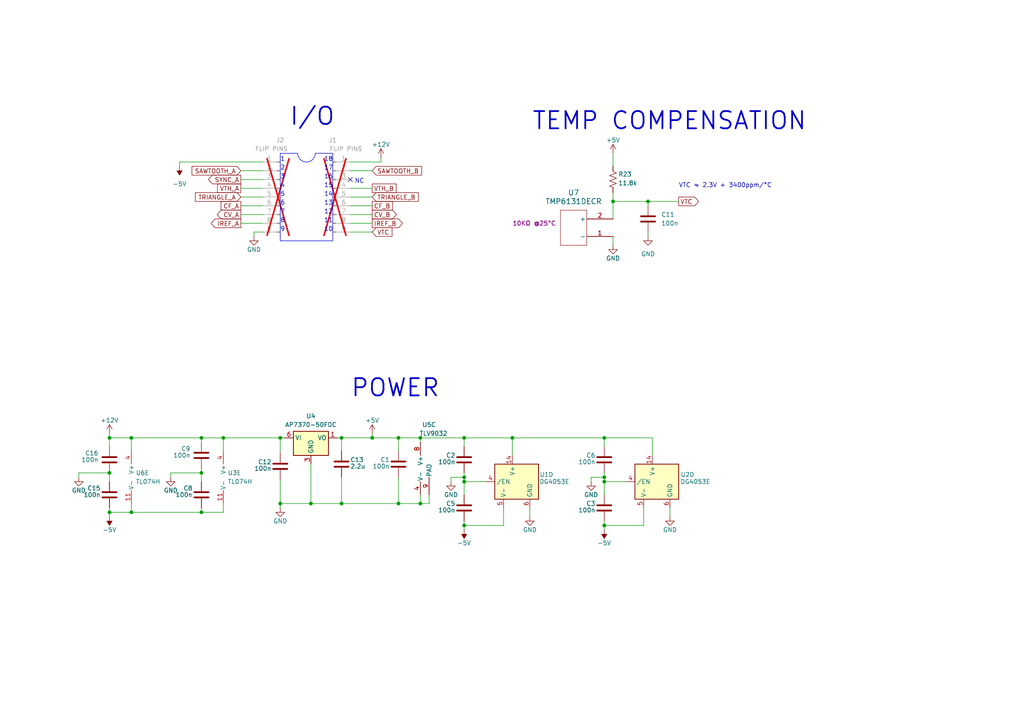
<source format=kicad_sch>
(kicad_sch (version 20231120) (generator "eeschema") (generator_version "8.0")
  (paper "A4")
  (title_block (title "3374 VCO") (date "2024-12-12") (rev "1") (company "Alan Boguslawski"))
  (lib_symbols
    (symbol "2024-01-09_05-42-20:TMP6131DECR" (pin_names (offset 0.254))
      (property "Reference" "U3" (at 16.51 0 0))
      (property "Value" "TMP6131DECR" (at 16.51 -2.54 0))
      (symbol "TMP6131DECR_0_1"
        (polyline (pts (xy 7.62 -7.62) (xy 15.24 -7.62)) (stroke (width 0.127)))
        (polyline (pts (xy 7.62 2.54) (xy 7.62 -7.62)) (stroke (width 0.127)))
        (polyline (pts (xy 15.24 -7.62) (xy 15.24 2.54)) (stroke (width 0.127)))
        (polyline (pts (xy 15.24 2.54) (xy 7.62 2.54)) (stroke (width 0.127)))
      )
      (symbol "TMP6131DECR_1_1"
        (pin passive line (at 0 0 0) (length 7.62) (name "-") (number "1"))
        (pin passive line (at 0 -5.08 0) (length 7.62) (name "+") (number "2"))
      )
    )
    (symbol "Amplifier_Operational:TL074" (pin_names (offset 0.127))
      (property "Reference" "U" (at 0 5.08 0))
      (property "Value" "TL074" (at 0 -5.08 0))
      (symbol "TL074_1_1"
        (polyline (pts (xy -5.08 5.08) (xy 5.08 0) (xy -5.08 -5.08) (xy -5.08 5.08)) (stroke (width 0.254)) (fill (type background)))
        (pin output line (at 7.62 0 180) (length 2.54) (name "~") (number "1"))
        (pin input line (at -7.62 -2.54 0) (length 2.54) (name "-") (number "2"))
        (pin input line (at -7.62 2.54 0) (length 2.54) (name "+") (number "3"))
      )
      (symbol "TL074_2_1"
        (polyline (pts (xy -5.08 5.08) (xy 5.08 0) (xy -5.08 -5.08) (xy -5.08 5.08)) (stroke (width 0.254)) (fill (type background)))
        (pin input line (at -7.62 2.54 0) (length 2.54) (name "+") (number "5"))
        (pin input line (at -7.62 -2.54 0) (length 2.54) (name "-") (number "6"))
        (pin output line (at 7.62 0 180) (length 2.54) (name "~") (number "7"))
      )
      (symbol "TL074_3_1"
        (polyline (pts (xy -5.08 5.08) (xy 5.08 0) (xy -5.08 -5.08) (xy -5.08 5.08)) (stroke (width 0.254)) (fill (type background)))
        (pin input line (at -7.62 2.54 0) (length 2.54) (name "+") (number "10"))
        (pin output line (at 7.62 0 180) (length 2.54) (name "~") (number "8"))
        (pin input line (at -7.62 -2.54 0) (length 2.54) (name "-") (number "9"))
      )
      (symbol "TL074_4_1"
        (polyline (pts (xy -5.08 5.08) (xy 5.08 0) (xy -5.08 -5.08) (xy -5.08 5.08)) (stroke (width 0.254)) (fill (type background)))
        (pin input line (at -7.62 2.54 0) (length 2.54) (name "+") (number "12"))
        (pin input line (at -7.62 -2.54 0) (length 2.54) (name "-") (number "13"))
        (pin output line (at 7.62 0 180) (length 2.54) (name "~") (number "14"))
      )
      (symbol "TL074_5_1"
        (pin power_in line (at -2.54 -7.62 90) (length 3.81) (name "V-") (number "11"))
        (pin power_in line (at -2.54 7.62 270) (length 3.81) (name "V+") (number "4"))
      )
    )
    (symbol "Amplifier_Operational:TLV9062xDSG" (pin_names (offset 0.127))
      (property "Reference" "U" (at 2.54 6.35 0))
      (property "Value" "TLV9062xDSG" (at 2.54 3.81 0))
      (symbol "TLV9062xDSG_1_1"
        (polyline (pts (xy -5.08 5.08) (xy 5.08 0) (xy -5.08 -5.08) (xy -5.08 5.08)) (stroke (width 0.254)) (fill (type background)))
        (pin output line (at 7.62 0 180) (length 2.54) (name "~") (number "1"))
        (pin input line (at -7.62 -2.54 0) (length 2.54) (name "-") (number "2"))
        (pin input line (at -7.62 2.54 0) (length 2.54) (name "+") (number "3"))
      )
      (symbol "TLV9062xDSG_2_1"
        (polyline (pts (xy -5.08 5.08) (xy 5.08 0) (xy -5.08 -5.08) (xy -5.08 5.08)) (stroke (width 0.254)) (fill (type background)))
        (pin input line (at -7.62 2.54 0) (length 2.54) (name "+") (number "5"))
        (pin input line (at -7.62 -2.54 0) (length 2.54) (name "-") (number "6"))
        (pin output line (at 7.62 0 180) (length 2.54) (name "~") (number "7"))
      )
      (symbol "TLV9062xDSG_3_1"
        (pin power_in line (at -2.54 -7.62 90) (length 3.81) (name "V-") (number "4"))
        (pin power_in line (at -2.54 7.62 270) (length 3.81) (name "V+") (number "8"))
        (pin power_in line (at 0 -7.62 90) (length 5.08) (name "PAD") (number "9"))
      )
    )
    (symbol "Conn_01x09_Pin_1" (pin_names (offset 1.016) hide)
      (property "Reference" "J2" (at 0 16.51 0))
      (property "Value" "FLIP PINS" (at 3.81 13.97 0))
      (symbol "Conn_01x09_Pin_1_1_1"
        (polyline (pts (xy 1.27 -10.16) (xy 0.8636 -10.16)) (stroke (width 0.1524)))
        (polyline (pts (xy 1.27 -7.62) (xy 0.8636 -7.62)) (stroke (width 0.1524)))
        (polyline (pts (xy 1.27 -5.08) (xy 0.8636 -5.08)) (stroke (width 0.1524)))
        (polyline (pts (xy 1.27 -2.54) (xy 0.8636 -2.54)) (stroke (width 0.1524)))
        (polyline (pts (xy 1.27 0) (xy 0.8636 0)) (stroke (width 0.1524)))
        (polyline (pts (xy 1.27 2.54) (xy 0.8636 2.54)) (stroke (width 0.1524)))
        (polyline (pts (xy 1.27 5.08) (xy 0.8636 5.08)) (stroke (width 0.1524)))
        (polyline (pts (xy 1.27 7.62) (xy 0.8636 7.62)) (stroke (width 0.1524)))
        (polyline (pts (xy 1.27 10.16) (xy 0.8636 10.16)) (stroke (width 0.1524)))
        (rectangle (start 0 10.287) (end 0.8636 10.033) (stroke (width 0.1524)) (fill (type outline)))
        (rectangle (start 0.8636 -10.033) (end 0 -10.287) (stroke (width 0.1524)) (fill (type outline)))
        (rectangle (start 0.8636 -7.493) (end 0 -7.747) (stroke (width 0.1524)) (fill (type outline)))
        (rectangle (start 0.8636 -4.953) (end 0 -5.207) (stroke (width 0.1524)) (fill (type outline)))
        (rectangle (start 0.8636 -2.413) (end 0 -2.667) (stroke (width 0.1524)) (fill (type outline)))
        (rectangle (start 0.8636 0.127) (end 0 -0.127) (stroke (width 0.1524)) (fill (type outline)))
        (rectangle (start 0.8636 2.667) (end 0 2.413) (stroke (width 0.1524)) (fill (type outline)))
        (rectangle (start 0.8636 5.207) (end 0 4.953) (stroke (width 0.1524)) (fill (type outline)))
        (rectangle (start 0.8636 7.747) (end 0 7.493) (stroke (width 0.1524)) (fill (type outline)))
        (pin power_out line (at 5.08 10.16 180) (length 3.81) (name "Pin_1") (number "1"))
        (pin passive line (at 5.08 7.62 180) (length 3.81) (name "Pin_2") (number "2"))
        (pin passive line (at 5.08 5.08 180) (length 3.81) (name "Pin_3") (number "3"))
        (pin passive line (at 5.08 2.54 180) (length 3.81) (name "Pin_4") (number "4"))
        (pin passive line (at 5.08 0 180) (length 3.81) (name "Pin_5") (number "5"))
        (pin passive line (at 5.08 -2.54 180) (length 3.81) (name "Pin_6") (number "6"))
        (pin passive line (at 5.08 -5.08 180) (length 3.81) (name "Pin_7") (number "7"))
        (pin passive line (at 5.08 -7.62 180) (length 3.81) (name "Pin_8") (number "8"))
        (pin passive line (at 5.08 -10.16 180) (length 3.81) (name "Pin_9") (number "9"))
      )
    )
    (symbol "Connector:Conn_01x09_Pin" (pin_names (offset 1.016) hide)
      (property "Reference" "J1" (at 0 16.51 0))
      (property "Value" "FLIP PINS" (at 2.54 13.97 0))
      (symbol "Conn_01x09_Pin_1_1"
        (polyline (pts (xy 1.27 -10.16) (xy 0.8636 -10.16)) (stroke (width 0.1524)))
        (polyline (pts (xy 1.27 -7.62) (xy 0.8636 -7.62)) (stroke (width 0.1524)))
        (polyline (pts (xy 1.27 -5.08) (xy 0.8636 -5.08)) (stroke (width 0.1524)))
        (polyline (pts (xy 1.27 -2.54) (xy 0.8636 -2.54)) (stroke (width 0.1524)))
        (polyline (pts (xy 1.27 0) (xy 0.8636 0)) (stroke (width 0.1524)))
        (polyline (pts (xy 1.27 2.54) (xy 0.8636 2.54)) (stroke (width 0.1524)))
        (polyline (pts (xy 1.27 5.08) (xy 0.8636 5.08)) (stroke (width 0.1524)))
        (polyline (pts (xy 1.27 7.62) (xy 0.8636 7.62)) (stroke (width 0.1524)))
        (polyline (pts (xy 1.27 10.16) (xy 0.8636 10.16)) (stroke (width 0.1524)))
        (rectangle (start 0.8636 -10.033) (end 0 -10.287) (stroke (width 0.1524)) (fill (type outline)))
        (rectangle (start 0.8636 -7.493) (end 0 -7.747) (stroke (width 0.1524)) (fill (type outline)))
        (rectangle (start 0.8636 -4.953) (end 0 -5.207) (stroke (width 0.1524)) (fill (type outline)))
        (rectangle (start 0.8636 -2.413) (end 0 -2.667) (stroke (width 0.1524)) (fill (type outline)))
        (rectangle (start 0.8636 0.127) (end 0 -0.127) (stroke (width 0.1524)) (fill (type outline)))
        (rectangle (start 0.8636 2.667) (end 0 2.413) (stroke (width 0.1524)) (fill (type outline)))
        (rectangle (start 0.8636 5.207) (end 0 4.953) (stroke (width 0.1524)) (fill (type outline)))
        (rectangle (start 0.8636 7.747) (end 0 7.493) (stroke (width 0.1524)) (fill (type outline)))
        (rectangle (start 0.8636 10.287) (end 0 10.033) (stroke (width 0.1524)) (fill (type outline)))
        (pin power_out line (at 5.08 10.16 180) (length 3.81) (name "Pin_1") (number "1"))
        (pin passive line (at 5.08 7.62 180) (length 3.81) (name "Pin_2") (number "2"))
        (pin passive line (at 5.08 5.08 180) (length 3.81) (name "Pin_3") (number "3"))
        (pin passive line (at 5.08 2.54 180) (length 3.81) (name "Pin_4") (number "4"))
        (pin passive line (at 5.08 0 180) (length 3.81) (name "Pin_5") (number "5"))
        (pin passive line (at 5.08 -2.54 180) (length 3.81) (name "Pin_6") (number "6"))
        (pin passive line (at 5.08 -5.08 180) (length 3.81) (name "Pin_7") (number "7"))
        (pin passive line (at 5.08 -7.62 180) (length 3.81) (name "Pin_8") (number "8"))
        (pin power_out line (at 5.08 -10.16 180) (length 3.81) (name "Pin_9") (number "9"))
      )
    )
    (symbol "DG4053E:DG4053E"
      (property "Reference" "U1" (at 12.7 3.81 0))
      (property "Value" "DG4053E" (at 13.97 1.27 0))
      (symbol "DG4053E_1_0"
        (pin bidirectional line (at 6.35 2.54 180) (length 2.54) (name "") (number "10"))
        (pin bidirectional line (at 6.35 -2.54 180) (length 2.54) (name "") (number "11"))
        (pin bidirectional line (at -6.35 0 0) (length 2.54) (name "") (number "12"))
        (pin input line (at 0 -7.62 90) (length 2.54) (name "") (number "9"))
      )
      (symbol "DG4053E_1_1"
        (rectangle (start -3.81 4.445) (end 3.81 -4.445) (stroke (width 0.254)) (fill (type background)))
        (circle (center -2.159 0) (radius 0.508) (stroke (width 0.254)))
        (polyline (pts (xy -5.08 0) (xy -2.794 0)))
        (polyline (pts (xy -1.651 0.127) (xy 2.54 1.905)) (stroke (width 0.254)))
        (polyline (pts (xy 0 -5.08) (xy 0 -4.572)))
        (polyline (pts (xy 0 -4.318) (xy 0 -4.064)))
        (polyline (pts (xy 0 -3.81) (xy 0 -3.556)))
        (polyline (pts (xy 0 -3.302) (xy 0 -3.048)))
        (polyline (pts (xy 0 -2.794) (xy 0 -2.54)))
        (polyline (pts (xy 0 -2.286) (xy 0 -2.032)))
        (polyline (pts (xy 0 -1.778) (xy 0 -1.524)))
        (polyline (pts (xy 0 -1.27) (xy 0 -1.016)))
        (polyline (pts (xy 0 -0.762) (xy 0 -0.508)))
        (polyline (pts (xy 0 -0.254) (xy 0 0)))
        (polyline (pts (xy 0 0.254) (xy 0 0.508)))
        (polyline (pts (xy 0 0.254) (xy 0 0.508)))
        (polyline (pts (xy 5.08 -2.54) (xy 2.794 -2.54)))
        (polyline (pts (xy 5.08 2.54) (xy 2.794 2.54)))
        (circle (center 2.159 -2.54) (radius 0.508) (stroke (width 0.254)))
        (circle (center 2.159 2.54) (radius 0.508) (stroke (width 0.254)))
      )
      (symbol "DG4053E_2_0"
        (pin bidirectional line (at -6.35 0 0) (length 2.54) (name "") (number "13"))
        (pin bidirectional line (at 6.35 -2.54 180) (length 2.54) (name "") (number "15"))
        (pin bidirectional line (at 6.35 2.54 180) (length 2.54) (name "") (number "16"))
        (pin input line (at 0 -7.62 90) (length 2.54) (name "") (number "8"))
      )
      (symbol "DG4053E_2_1"
        (rectangle (start -3.81 4.445) (end 3.81 -4.445) (stroke (width 0.254)) (fill (type background)))
        (circle (center -2.159 0) (radius 0.508) (stroke (width 0.254)))
        (polyline (pts (xy -5.08 0) (xy -2.794 0)))
        (polyline (pts (xy -1.651 0.127) (xy 2.54 1.905)) (stroke (width 0.254)))
        (polyline (pts (xy 0 -5.08) (xy 0 -4.572)))
        (polyline (pts (xy 0 -4.318) (xy 0 -4.064)))
        (polyline (pts (xy 0 -3.81) (xy 0 -3.556)))
        (polyline (pts (xy 0 -3.302) (xy 0 -3.048)))
        (polyline (pts (xy 0 -2.794) (xy 0 -2.54)))
        (polyline (pts (xy 0 -2.286) (xy 0 -2.032)))
        (polyline (pts (xy 0 -1.778) (xy 0 -1.524)))
        (polyline (pts (xy 0 -1.27) (xy 0 -1.016)))
        (polyline (pts (xy 0 -0.762) (xy 0 -0.508)))
        (polyline (pts (xy 0 -0.254) (xy 0 0)))
        (polyline (pts (xy 0 0.254) (xy 0 0.508)))
        (polyline (pts (xy 0 0.254) (xy 0 0.508)))
        (polyline (pts (xy 5.08 -2.54) (xy 2.794 -2.54)))
        (polyline (pts (xy 5.08 2.54) (xy 2.794 2.54)))
        (circle (center 2.159 -2.54) (radius 0.508) (stroke (width 0.254)))
        (circle (center 2.159 2.54) (radius 0.508) (stroke (width 0.254)))
      )
      (symbol "DG4053E_3_0"
        (pin bidirectional line (at 6.35 -2.54 180) (length 2.54) (name "") (number "1"))
        (pin bidirectional line (at -6.35 0 0) (length 2.54) (name "") (number "2"))
        (pin bidirectional line (at 6.35 2.54 180) (length 2.54) (name "") (number "3"))
        (pin input line (at 0 -7.62 90) (length 2.54) (name "") (number "7"))
      )
      (symbol "DG4053E_3_1"
        (rectangle (start -3.81 4.445) (end 3.81 -4.445) (stroke (width 0.254)) (fill (type background)))
        (circle (center -2.159 0) (radius 0.508) (stroke (width 0.254)))
        (polyline (pts (xy -5.08 0) (xy -2.794 0)))
        (polyline (pts (xy -1.651 0.127) (xy 2.54 1.905)) (stroke (width 0.254)))
        (polyline (pts (xy 0 -5.08) (xy 0 -4.572)))
        (polyline (pts (xy 0 -4.318) (xy 0 -4.064)))
        (polyline (pts (xy 0 -3.81) (xy 0 -3.556)))
        (polyline (pts (xy 0 -3.302) (xy 0 -3.048)))
        (polyline (pts (xy 0 -2.794) (xy 0 -2.54)))
        (polyline (pts (xy 0 -2.286) (xy 0 -2.032)))
        (polyline (pts (xy 0 -1.778) (xy 0 -1.524)))
        (polyline (pts (xy 0 -1.27) (xy 0 -1.016)))
        (polyline (pts (xy 0 -0.762) (xy 0 -0.508)))
        (polyline (pts (xy 0 -0.254) (xy 0 0)))
        (polyline (pts (xy 0 0.254) (xy 0 0.508)))
        (polyline (pts (xy 0 0.254) (xy 0 0.508)))
        (polyline (pts (xy 5.08 -2.54) (xy 2.794 -2.54)))
        (polyline (pts (xy 5.08 2.54) (xy 2.794 2.54)))
        (circle (center 2.159 -2.54) (radius 0.508) (stroke (width 0.254)))
        (circle (center 2.159 2.54) (radius 0.508) (stroke (width 0.254)))
      )
      (symbol "DG4053E_4_0"
        (pin power_in line (at 0 7.62 270) (length 2.54) (name "V+") (number "14"))
        (pin input line (at -7.62 0 0) (length 2.54) (name "/EN") (number "4"))
        (pin power_in line (at -2.54 -7.62 90) (length 2.54) (name "V-") (number "5"))
        (pin power_in line (at 5.08 -7.62 90) (length 2.54) (name "GND") (number "6"))
      )
      (symbol "DG4053E_4_1"
        (rectangle (start -5.08 5.08) (end 7.62 -5.08) (stroke (width 0.254)) (fill (type background)))
      )
    )
    (symbol "Device:C" (pin_numbers hide) (pin_names (offset 0.254))
      (property "Reference" "C" (at 0.635 2.54 0))
      (property "Value" "C" (at 0.635 -2.54 0))
      (symbol "C_0_1"
        (polyline (pts (xy -2.032 -0.762) (xy 2.032 -0.762)) (stroke (width 0.508)))
        (polyline (pts (xy -2.032 0.762) (xy 2.032 0.762)) (stroke (width 0.508)))
      )
      (symbol "C_1_1"
        (pin passive line (at 0 3.81 270) (length 2.794) (name "~") (number "1"))
        (pin passive line (at 0 -3.81 90) (length 2.794) (name "~") (number "2"))
      )
    )
    (symbol "Device:R_US" (pin_numbers hide) (pin_names (offset 0))
      (property "Reference" "R" (at 2.54 0 90))
      (property "Value" "R_US" (at -2.54 0 90))
      (symbol "R_US_0_1"
        (polyline (pts (xy 0 -2.286) (xy 0 -2.54)))
        (polyline (pts (xy 0 2.286) (xy 0 2.54)))
        (polyline (pts (xy 0 -0.762) (xy 1.016 -1.143) (xy 0 -1.524) (xy -1.016 -1.905) (xy 0 -2.286)))
        (polyline (pts (xy 0 0.762) (xy 1.016 0.381) (xy 0 0) (xy -1.016 -0.381) (xy 0 -0.762)))
        (polyline (pts (xy 0 2.286) (xy 1.016 1.905) (xy 0 1.524) (xy -1.016 1.143) (xy 0 0.762)))
      )
      (symbol "R_US_1_1"
        (pin passive line (at 0 3.81 270) (length 1.27) (name "~") (number "1"))
        (pin passive line (at 0 -3.81 90) (length 1.27) (name "~") (number "2"))
      )
    )
    (symbol "Regulator_Linear:AP7370-50FDC"
      (property "Reference" "U" (at -3.81 3.175 0))
      (property "Value" "AP7370-50FDC" (at 0 3.175 0))
      (symbol "AP7370-50FDC_0_1"
        (rectangle (start -5.08 -5.08) (end 5.08 1.905) (stroke (width 0.254)) (fill (type background)))
      )
      (symbol "AP7370-50FDC_1_1"
        (pin power_out line (at 7.62 0 180) (length 2.54) (name "VO") (number "1"))
        (pin no_connect line (at -5.08 -2.54 0) (length 2.54) hide (name "NC") (number "2"))
        (pin power_in line (at 0 -7.62 90) (length 2.54) (name "GND") (number "3"))
        (pin no_connect line (at 5.08 -2.54 180) (length 2.54) hide (name "NC") (number "4"))
        (pin no_connect line (at -5.08 -5.08 0) (length 2.54) hide (name "NC") (number "5"))
        (pin power_in line (at -7.62 0 0) (length 2.54) (name "VI") (number "6"))
        (pin passive line (at 0 -7.62 90) (length 2.54) hide (name "GND") (number "7"))
      )
    )
    (symbol "power:+12V" (power) (pin_names (offset 0))
      (property "Value" "+12V" (at 0 3.556 0))
      (symbol "+12V_0_1"
        (polyline (pts (xy -0.762 1.27) (xy 0 2.54)))
        (polyline (pts (xy 0 0) (xy 0 2.54)))
        (polyline (pts (xy 0 2.54) (xy 0.762 1.27)))
      )
      (symbol "+12V_1_1"
        (pin power_in line (at 0 0 90) (length 0) hide (name "+12V") (number "1"))
      )
    )
    (symbol "power:+5V" (power) (pin_names (offset 0))
      (property "Value" "+5V" (at 0 3.556 0))
      (symbol "+5V_0_1"
        (polyline (pts (xy -0.762 1.27) (xy 0 2.54)))
        (polyline (pts (xy 0 0) (xy 0 2.54)))
        (polyline (pts (xy 0 2.54) (xy 0.762 1.27)))
      )
      (symbol "+5V_1_1"
        (pin power_in line (at 0 0 90) (length 0) hide (name "+5V") (number "1"))
      )
    )
    (symbol "power:-5V" (power) (pin_names (offset 0))
      (property "Value" "-5V" (at 0 3.81 0))
      (symbol "-5V_0_0"
        (pin power_in line (at 0 0 90) (length 0) hide (name "-5V") (number "1"))
      )
      (symbol "-5V_0_1"
        (polyline (pts (xy 0 0) (xy 0 1.27) (xy 0.762 1.27) (xy 0 2.54) (xy -0.762 1.27) (xy 0 1.27)) (fill (type outline)))
      )
    )
    (symbol "power:GND" (power) (pin_names (offset 0))
      (property "Value" "GND" (at 0 -3.81 0))
      (symbol "GND_0_1"
        (polyline (pts (xy 0 0) (xy 0 -1.27) (xy 1.27 -1.27) (xy 0 -2.54) (xy -1.27 -1.27) (xy 0 -1.27)))
      )
      (symbol "GND_1_1"
        (pin power_in line (at 0 0 270) (length 0) hide (name "GND") (number "1"))
      )
    )
  )
  (junction (at 134.62 139.7))
  (junction (at 99.06 146.05))
  (junction (at 177.8 58.42))
  (junction (at 187.96 58.42))
  (junction (at 121.92 146.05))
  (junction (at 134.62 138.43))
  (junction (at 175.26 127))
  (junction (at 58.42 127))
  (junction (at 107.95 127))
  (junction (at 31.75 127))
  (junction (at 148.59 127))
  (junction (at 99.06 127))
  (junction (at 31.75 137.16))
  (junction (at 90.17 146.05))
  (junction (at 175.26 139.7))
  (junction (at 134.62 152.4))
  (junction (at 115.57 146.05))
  (junction (at 58.42 137.16))
  (junction (at 58.42 148.59))
  (junction (at 38.1 127))
  (junction (at 38.1 148.59))
  (junction (at 31.75 148.59))
  (junction (at 175.26 152.4))
  (junction (at 115.57 127))
  (junction (at 134.62 127))
  (junction (at 81.28 146.05))
  (junction (at 81.28 127))
  (junction (at 121.92 127))
  (junction (at 64.77 127))
  (junction (at 175.26 138.43))
  (no_connect (at 101.6 52.07))
  (wire (pts (xy 148.59 127) (xy 148.59 132.08)))
  (wire (pts (xy 134.62 138.43) (xy 134.62 137.16)))
  (wire (pts (xy 31.75 148.59) (xy 38.1 148.59)))
  (wire (pts (xy 64.77 148.59) (xy 64.77 146.05)))
  (wire (pts (xy 124.46 143.51) (xy 124.46 146.05)))
  (wire (pts (xy 69.85 52.07) (xy 76.2 52.07)))
  (wire (pts (xy 148.59 127) (xy 175.26 127)))
  (wire (pts (xy 31.75 148.59) (xy 31.75 149.86)))
  (wire (pts (xy 69.85 54.61) (xy 76.2 54.61)))
  (wire (pts (xy 187.96 58.42) (xy 196.85 58.42)))
  (wire (pts (xy 175.26 151.13) (xy 175.26 152.4)))
  (wire (pts (xy 194.31 147.32) (xy 194.31 149.86)))
  (wire (pts (xy 134.62 139.7) (xy 140.97 139.7)))
  (wire (pts (xy 38.1 127) (xy 58.42 127)))
  (wire (pts (xy 121.92 127) (xy 134.62 127)))
  (wire (pts (xy 58.42 148.59) (xy 64.77 148.59)))
  (wire (pts (xy 177.8 58.42) (xy 187.96 58.42)))
  (wire (pts (xy 175.26 127) (xy 189.23 127)))
  (wire (pts (xy 38.1 127) (xy 38.1 130.81)))
  (wire (pts (xy 97.79 127) (xy 99.06 127)))
  (polyline (pts (xy 96.52 44.45) (xy 96.52 69.85)))
  (wire (pts (xy 175.26 139.7) (xy 181.61 139.7)))
  (wire (pts (xy 134.62 129.54) (xy 134.62 127)))
  (wire (pts (xy 99.06 127) (xy 99.06 130.81)))
  (wire (pts (xy 90.17 146.05) (xy 99.06 146.05)))
  (wire (pts (xy 31.75 125.73) (xy 31.75 127)))
  (wire (pts (xy 101.6 57.15) (xy 107.95 57.15)))
  (wire (pts (xy 99.06 127) (xy 107.95 127)))
  (polyline (pts (xy 81.28 44.45) (xy 86.36 44.45)))
  (wire (pts (xy 81.28 127) (xy 82.55 127)))
  (polyline (pts (xy 91.44 44.45) (xy 96.52 44.45)))
  (wire (pts (xy 130.81 138.43) (xy 134.62 138.43)))
  (wire (pts (xy 121.92 127) (xy 121.92 128.27)))
  (wire (pts (xy 175.26 138.43) (xy 175.26 139.7)))
  (wire (pts (xy 49.53 137.16) (xy 58.42 137.16)))
  (wire (pts (xy 69.85 64.77) (xy 76.2 64.77)))
  (wire (pts (xy 64.77 127) (xy 64.77 130.81)))
  (wire (pts (xy 107.95 127) (xy 115.57 127)))
  (wire (pts (xy 175.26 138.43) (xy 175.26 137.16)))
  (wire (pts (xy 52.07 48.26) (xy 52.07 46.99)))
  (wire (pts (xy 134.62 152.4) (xy 146.05 152.4)))
  (wire (pts (xy 101.6 54.61) (xy 107.95 54.61)))
  (wire (pts (xy 38.1 148.59) (xy 58.42 148.59)))
  (wire (pts (xy 177.8 55.88) (xy 177.8 58.42)))
  (wire (pts (xy 146.05 147.32) (xy 146.05 152.4)))
  (wire (pts (xy 134.62 127) (xy 148.59 127)))
  (wire (pts (xy 187.96 58.42) (xy 187.96 59.69)))
  (wire (pts (xy 121.92 146.05) (xy 124.46 146.05)))
  (wire (pts (xy 99.06 138.43) (xy 99.06 146.05)))
  (wire (pts (xy 52.07 46.99) (xy 76.2 46.99)))
  (wire (pts (xy 101.6 62.23) (xy 107.95 62.23)))
  (wire (pts (xy 73.66 67.31) (xy 76.2 67.31)))
  (wire (pts (xy 22.86 138.43) (xy 22.86 137.16)))
  (wire (pts (xy 134.62 139.7) (xy 134.62 143.51)))
  (wire (pts (xy 110.49 45.72) (xy 110.49 46.99)))
  (wire (pts (xy 69.85 57.15) (xy 76.2 57.15)))
  (wire (pts (xy 175.26 139.7) (xy 175.26 143.51)))
  (wire (pts (xy 31.75 127) (xy 38.1 127)))
  (wire (pts (xy 31.75 147.32) (xy 31.75 148.59)))
  (wire (pts (xy 69.85 49.53) (xy 76.2 49.53)))
  (wire (pts (xy 134.62 151.13) (xy 134.62 152.4)))
  (wire (pts (xy 81.28 146.05) (xy 81.28 147.32)))
  (wire (pts (xy 31.75 137.16) (xy 31.75 139.7)))
  (wire (pts (xy 153.67 147.32) (xy 153.67 149.86)))
  (wire (pts (xy 177.8 68.58) (xy 177.8 71.12)))
  (wire (pts (xy 171.45 138.43) (xy 175.26 138.43)))
  (polyline (pts (xy 81.28 69.85) (xy 81.28 44.45)))
  (wire (pts (xy 115.57 127) (xy 115.57 130.81)))
  (wire (pts (xy 81.28 127) (xy 81.28 131.445)))
  (wire (pts (xy 101.6 64.77) (xy 107.95 64.77)))
  (wire (pts (xy 31.75 127) (xy 31.75 129.54)))
  (wire (pts (xy 115.57 138.43) (xy 115.57 146.05)))
  (wire (pts (xy 134.62 152.4) (xy 134.62 153.67)))
  (wire (pts (xy 175.26 152.4) (xy 175.26 153.67)))
  (wire (pts (xy 22.86 137.16) (xy 31.75 137.16)))
  (wire (pts (xy 115.57 127) (xy 121.92 127)))
  (wire (pts (xy 99.06 146.05) (xy 115.57 146.05)))
  (wire (pts (xy 73.66 68.58) (xy 73.66 67.31)))
  (wire (pts (xy 110.49 46.99) (xy 101.6 46.99)))
  (wire (pts (xy 58.42 135.89) (xy 58.42 137.16)))
  (wire (pts (xy 177.8 58.42) (xy 177.8 63.5)))
  (wire (pts (xy 90.17 134.62) (xy 90.17 146.05)))
  (wire (pts (xy 49.53 138.43) (xy 49.53 137.16)))
  (wire (pts (xy 175.26 129.54) (xy 175.26 127)))
  (wire (pts (xy 101.6 49.53) (xy 107.95 49.53)))
  (wire (pts (xy 121.92 146.05) (xy 115.57 146.05)))
  (wire (pts (xy 177.8 44.45) (xy 177.8 48.26)))
  (wire (pts (xy 130.81 139.7) (xy 130.81 138.43)))
  (wire (pts (xy 69.85 59.69) (xy 76.2 59.69)))
  (polyline (pts (xy 96.52 69.85) (xy 81.28 69.85)))
  (wire (pts (xy 58.42 127) (xy 58.42 128.27)))
  (wire (pts (xy 186.69 147.32) (xy 186.69 152.4)))
  (wire (pts (xy 58.42 137.16) (xy 58.42 139.7)))
  (wire (pts (xy 107.95 125.73) (xy 107.95 127)))
  (wire (pts (xy 134.62 138.43) (xy 134.62 139.7)))
  (wire (pts (xy 187.96 67.31) (xy 187.96 68.58)))
  (wire (pts (xy 189.23 127) (xy 189.23 132.08)))
  (wire (pts (xy 186.69 152.4) (xy 175.26 152.4)))
  (wire (pts (xy 58.42 127) (xy 64.77 127)))
  (wire (pts (xy 90.17 146.05) (xy 81.28 146.05)))
  (wire (pts (xy 101.6 67.31) (xy 107.95 67.31)))
  (wire (pts (xy 121.92 143.51) (xy 121.92 146.05)))
  (wire (pts (xy 64.77 127) (xy 81.28 127)))
  (wire (pts (xy 81.28 146.05) (xy 81.28 139.065)))
  (wire (pts (xy 101.6 59.69) (xy 107.95 59.69)))
  (wire (pts (xy 171.45 139.7) (xy 171.45 138.43)))
  (wire (pts (xy 69.85 62.23) (xy 76.2 62.23)))
  (wire (pts (xy 38.1 148.59) (xy 38.1 146.05)))
  (wire (pts (xy 58.42 148.59) (xy 58.42 147.32)))
  (arc (start 91.44 44.45) (mid 90.6931 46.2431) (end 88.9 46.99))
  (arc (start 88.89 47) (mid 87.0969 46.2531) (end 86.35 44.46))
  (text "12" (at 93.98 62.23 0) (effects (font (size 1.27 1.27)) (justify left bottom)))
  (text "I/O" (at 83.82 36.83 0) (effects (font (size 5 5) (thickness 0.508) (bold yes)) (justify left bottom)))
  (text "18" (at 93.98 46.99 0) (effects (font (size 1.27 1.27)) (justify left bottom)))
  (text "16" (at 93.98 52.07 0) (effects (font (size 1.27 1.27)) (justify left bottom)))
  (text "2" (at 81.28 49.53 0) (effects (font (size 1.27 1.27)) (justify left bottom)))
  (text "NC" (at 102.87 53.34 0) (effects (font (size 1.27 1.27)) (justify left bottom)))
  (text "8" (at 81.28 64.77 0) (effects (font (size 1.27 1.27)) (justify left bottom)))
  (text "6" (at 81.28 59.69 0) (effects (font (size 1.27 1.27)) (justify left bottom)))
  (text "10" (at 93.98 67.31 0) (effects (font (size 1.27 1.27)) (justify left bottom)))
  (text "4" (at 81.28 54.61 0) (effects (font (size 1.27 1.27)) (justify left bottom)))
  (text "15" (at 93.98 54.61 0) (effects (font (size 1.27 1.27)) (justify left bottom)))
  (text "VTC ≈ 2.3V + 3400ppm/°C" (at 196.85 54.61 0) (effects (font (size 1.27 1.27)) (justify left bottom)))
  (text "14" (at 93.98 57.15 0) (effects (font (size 1.27 1.27)) (justify left bottom)))
  (text "1" (at 81.28 46.99 0) (effects (font (size 1.27 1.27)) (justify left bottom)))
  (text "9" (at 81.28 67.31 0) (effects (font (size 1.27 1.27)) (justify left bottom)))
  (text "7" (at 81.28 62.23 0) (effects (font (size 1.27 1.27)) (justify left bottom)))
  (text "17" (at 93.98 49.53 0) (effects (font (size 1.27 1.27)) (justify left bottom)))
  (text "3" (at 81.28 52.07 0) (effects (font (size 1.27 1.27)) (justify left bottom)))
  (text "TEMP COMPENSATION" (at 154.178 38.1 0) (effects (font (size 5 5) (thickness 0.508) (bold yes)) (justify left bottom)))
  (text "11" (at 93.98 64.77 0) (effects (font (size 1.27 1.27)) (justify left bottom)))
  (text "13" (at 93.98 59.69 0) (effects (font (size 1.27 1.27)) (justify left bottom)))
  (text "POWER" (at 101.6 115.57 0) (effects (font (size 5 5) (thickness 0.508) (bold yes)) (justify left bottom)))
  (text "5" (at 81.28 57.15 0) (effects (font (size 1.27 1.27)) (justify left bottom)))
  (global_label "SAWTOOTH_A" (shape input) (at 69.85 49.53 180) (property "Intersheetrefs" "${INTERSHEET_REFS}" (effects (hide yes))))
  (global_label "SAWTOOTH_B" (shape input) (at 107.95 49.53 0) (property "Intersheetrefs" "${INTERSHEET_REFS}" (effects (hide yes))))
  (global_label "CF_A" (shape passive) (at 69.85 59.69 180) (property "Intersheetrefs" "${INTERSHEET_REFS}" (effects (hide yes))))
  (global_label "IREF_B" (shape output) (at 107.95 64.77 0) (property "Intersheetrefs" "${INTERSHEET_REFS}" (effects (hide yes))))
  (global_label "VTH_B" (shape passive) (at 107.95 54.61 0) (property "Intersheetrefs" "${INTERSHEET_REFS}" (effects (hide yes))))
  (global_label "TRIANGLE_B" (shape input) (at 107.95 57.15 0) (property "Intersheetrefs" "${INTERSHEET_REFS}" (effects (hide yes))))
  (global_label "CV_A" (shape output) (at 69.85 62.23 180) (property "Intersheetrefs" "${INTERSHEET_REFS}" (effects (hide yes))))
  (global_label "SYNC_A" (shape output) (at 69.85 52.07 180) (property "Intersheetrefs" "${INTERSHEET_REFS}" (effects (hide yes))))
  (global_label "IREF_A" (shape output) (at 69.85 64.77 180) (property "Intersheetrefs" "${INTERSHEET_REFS}" (effects (hide yes))))
  (global_label "TRIANGLE_A" (shape input) (at 69.85 57.15 180) (property "Intersheetrefs" "${INTERSHEET_REFS}" (effects (hide yes))))
  (global_label "VTC" (shape input) (at 107.95 67.31 0) (property "Intersheetrefs" "${INTERSHEET_REFS}" (effects (hide yes))))
  (global_label "VTC" (shape output) (at 196.85 58.42 0) (property "Intersheetrefs" "${INTERSHEET_REFS}" (effects (hide yes))))
  (global_label "CF_B" (shape passive) (at 107.95 59.69 0) (property "Intersheetrefs" "${INTERSHEET_REFS}" (effects (hide yes))))
  (global_label "CV_B" (shape output) (at 107.95 62.23 0) (property "Intersheetrefs" "${INTERSHEET_REFS}" (effects (hide yes))))
  (global_label "VTH_A" (shape passive) (at 69.85 54.61 180) (property "Intersheetrefs" "${INTERSHEET_REFS}" (effects (hide yes))))
  (symbol (lib_id "DG4053E:DG4053E") (at 189.23 139.7 0) (unit 4)
    (property "Reference" "U2" (at 199.39 137.668 0))
    (property "Value" "DG4053E" (at 201.676 139.7 0))
    (property "Footprint" "footprints:QFN_EEN-T1-GE4_VIS" (effects (hide yes)))
    (property "Datasheet" "https://www.vishay.com/docs/69685/dg4051e.pdf" (effects (hide yes)))
    (property "Description" "Triple SPDT CMOS Analog Switch" (effects (hide yes)))
    (property "Mfg" "Vishay" (effects (hide yes)))
    (property "Mfg PN" "DG4053EEN-T1-GE4" (effects (hide yes)))
    (property "Package" "16-miniQFN" (effects (hide yes)))
    (property "Type" "SMD" (effects (hide yes)))
    (property "Distributor" "Mouser" (effects (hide yes)))
    (property "Distributor PN" "78-DG4053EEN-T1-GE4" (effects (hide yes)))
    (property "Substitute part okay?" "No" (effects (hide yes)))
  )
  (symbol (lib_id "power:GND") (at 49.53 138.43 0) (unit 1)
    (property "Reference" "#PWR04" (effects (hide yes)))
    (property "Value" "GND" (at 49.53 142.24 0))
  )
  (symbol (lib_id "Amplifier_Operational:TL074") (at 40.64 138.43 0) (unit 5)
    (property "Reference" "U6" (at 39.37 137.16 0) (effects (justify left)))
    (property "Value" "TL074H" (at 39.37 139.7 0) (effects (justify left)))
    (property "Footprint" "footprints:SOT23_DYY_TEX-L" (effects (hide yes)))
    (property "Datasheet" "http://www.ti.com/lit/ds/symlink/tl071.pdf" (effects (hide yes)))
    (property "Description" "IC, Quad Op Amp" (effects (hide yes)))
    (property "Mfg" "Texas Instruments" (effects (hide yes)))
    (property "Mfg PN" "TL074HIDYYR" (effects (hide yes)))
    (property "Package" "14-SOT-23-THIN" (effects (hide yes)))
    (property "Type" "SMD" (effects (hide yes)))
    (property "Distributor" "Mouser" (effects (hide yes)))
    (property "Distributor PN" "595-TL074HIDYYR" (effects (hide yes)))
    (property "Substitute part okay?" "No" (effects (hide yes)))
  )
  (symbol (lib_id "Device:C") (at 115.57 134.62 0) (mirror y) (unit 1)
    (property "Reference" "C1" (at 113.03 133.35 0) (effects (justify left)))
    (property "Value" "100n" (at 113.03 135.255 0) (effects (justify left)))
    (property "Footprint" "Capacitor_SMD:C_0201_0603Metric" (effects (hide yes)))
    (property "Description" "Capacitor, 100nF, 10%, 25V, X5R" (effects (hide yes)))
    (property "Mfg" "Walsin" (effects (hide yes)))
    (property "Mfg PN" "0201X104K250CT" (effects (hide yes)))
    (property "Package" "0201" (effects (hide yes)))
    (property "Rating" "25V" (effects (hide yes)))
    (property "Tolerance" "10%" (effects (hide yes)))
    (property "Type" "SMD" (effects (hide yes)))
    (property "Distributor" "LCSC" (effects (hide yes)))
    (property "Distributor PN" "C880779" (effects (hide yes)))
    (property "Substitute part okay?" "Yes" (effects (hide yes)))
  )
  (symbol (lib_id "power:GND") (at 130.81 139.7 0) (unit 1)
    (property "Reference" "#PWR010" (effects (hide yes)))
    (property "Value" "GND" (at 130.81 143.51 0))
  )
  (symbol (lib_id "power:GND") (at 153.67 149.86 0) (unit 1)
    (property "Reference" "#PWR012" (effects (hide yes)))
    (property "Value" "GND" (at 153.67 153.67 0))
  )
  (symbol (lib_id "power:GND") (at 187.96 68.58 0) (unit 1)
    (property "Reference" "#PWR017" (effects (hide yes)))
    (property "Value" "GND" (at 187.96 73.66 0))
  )
  (symbol (lib_id "power:GND") (at 177.8 71.12 0) (unit 1)
    (property "Reference" "#PWR016" (effects (hide yes)))
    (property "Value" "GND" (at 177.8 74.93 0))
  )
  (symbol (lib_id "power:-5V") (at 134.62 153.67 180) (unit 1)
    (property "Reference" "#PWR011" (effects (hide yes)))
    (property "Value" "-5V" (at 134.62 157.48 0))
  )
  (symbol (lib_id "Device:C") (at 58.42 132.08 0) (mirror y) (unit 1)
    (property "Reference" "C9" (at 55.245 130.175 0) (effects (justify left)))
    (property "Value" "100n" (at 55.245 132.08 0) (effects (justify left)))
    (property "Footprint" "Capacitor_SMD:C_0201_0603Metric" (effects (hide yes)))
    (property "Description" "Capacitor, 100nF, 10%, 25V, X5R" (effects (hide yes)))
    (property "Mfg" "Walsin" (effects (hide yes)))
    (property "Mfg PN" "0201X104K250CT" (effects (hide yes)))
    (property "Package" "0201" (effects (hide yes)))
    (property "Rating" "25V" (effects (hide yes)))
    (property "Tolerance" "10%" (effects (hide yes)))
    (property "Type" "SMD" (effects (hide yes)))
    (property "Distributor" "LCSC" (effects (hide yes)))
    (property "Distributor PN" "C880779" (effects (hide yes)))
    (property "Substitute part okay?" "Yes" (effects (hide yes)))
  )
  (symbol (lib_id "power:GND") (at 194.31 149.86 0) (unit 1)
    (property "Reference" "#PWR018" (effects (hide yes)))
    (property "Value" "GND" (at 194.31 153.67 0))
  )
  (symbol (lib_id "Device:R_US") (at 177.8 52.07 0) (unit 1)
    (property "Reference" "R23" (at 179.324 50.546 0) (effects (justify left)))
    (property "Value" "11.8k" (at 179.324 53.086 0) (effects (justify left)))
    (property "Footprint" "Resistor_SMD:R_0201_0603Metric" (effects (hide yes)))
    (property "Description" "Resistor, 11.8k Ohm, 1%, 0.05W" (effects (hide yes)))
    (property "Package" "0201" (effects (hide yes)))
    (property "Rating" "0.05W" (effects (hide yes)))
    (property "Tolerance" "1%" (effects (hide yes)))
    (property "Type" "SMD" (effects (hide yes)))
    (property "Distributor" "LCSC" (effects (hide yes)))
    (property "Distributor PN" "C910595" (effects (hide yes)))
    (property "Substitute part okay?" "Yes" (effects (hide yes)))
    (property "Mfg" "Yageo" (effects (hide yes)))
    (property "Mfg PN" "AC0201FR-0711K8L" (effects (hide yes)))
  )
  (symbol (lib_id "power:+12V") (at 31.75 125.73 0) (unit 1)
    (property "Reference" "#PWR02" (effects (hide yes)))
    (property "Value" "+12V" (at 31.75 121.92 0))
  )
  (symbol (lib_id "2024-01-09_05-42-20:TMP6131DECR") (at 177.8 68.58 180) (unit 1)
    (property "Reference" "U7" (at 166.37 55.88 0) (effects (font (size 1.524 1.524))))
    (property "Value" "TMP6131DECR" (at 166.37 58.42 0) (effects (font (size 1.524 1.524))))
    (property "Footprint" "footprints:X1SON2_1XP65_TEX-L" (effects (hide yes)))
    (property "Datasheet" "https://www.ti.com/lit/ds/symlink/tmp61.pdf" (effects (hide yes)))
    (property "Description" "IC, 10k PTC Thermistor" (effects (hide yes)))
    (property "Mfg" "Texas Instruments" (effects (hide yes)))
    (property "Mfg PN" "TMP6131DECR" (effects (hide yes)))
    (property "Package" "2-X1SON" (effects (hide yes)))
    (property "Type" "SMD" (effects (hide yes)))
    (property "Comment" "10KΩ @25°C" (at 154.94 64.77 0))
    (property "Distributor" "LCSC" (effects (hide yes)))
    (property "Distributor PN" "C2870682" (effects (hide yes)))
    (property "Substitute part okay?" "No" (effects (hide yes)))
  )
  (symbol (lib_id "power:GND") (at 22.86 138.43 0) (unit 1)
    (property "Reference" "#PWR01" (effects (hide yes)))
    (property "Value" "GND" (at 22.86 142.24 0))
  )
  (symbol (lib_name "Conn_01x09_Pin_1") (lib_id "Connector:Conn_01x09_Pin") (at 96.52 57.15 0) (unit 1) (dnp yes)
    (property "Reference" "J1" (at 96.52 40.64 0))
    (property "Value" "FLIP PINS" (at 100.33 43.18 0))
    (property "Footprint" "footprints:FLIP-PINS-FLOAT-09" (effects (hide yes)))
    (property "Datasheet" "https://cdn.sparkfun.com/datasheets/Prototyping/Flip-Pins-XX_REV_A.pdf" (effects (hide yes)))
    (property "Description" "Flip Pins, 9-pin" (effects (hide yes)))
    (property "Mfg" "Fliptronics" (effects (hide yes)))
    (property "Mfg PN" "FLIP-PINS-09" (effects (hide yes)))
    (property "Package" "FLIP-PINS-09" (effects (hide yes)))
    (property "Type" "DNP" (effects (hide yes)))
  )
  (symbol (lib_id "power:GND") (at 81.28 147.32 0) (unit 1)
    (property "Reference" "#PWR07" (effects (hide yes)))
    (property "Value" "GND" (at 81.28 151.13 0))
  )
  (symbol (lib_id "Regulator_Linear:AP7370-50FDC") (at 90.17 127 0) (unit 1)
    (property "Reference" "U4" (at 90.17 120.65 0))
    (property "Value" "AP7370-50FDC" (at 90.17 123.19 0))
    (property "Footprint" "Package_DFN_QFN:DFN-6-1EP_2x2mm_P0.65mm_EP1.01x1.7mm" (effects (hide yes)))
    (property "Datasheet" "https://www.diodes.com/assets/Datasheets/AP7370.pdf" (effects (hide yes)))
    (property "Description" "IC, LDO, 5V" (effects (hide yes)))
    (property "Mfg" "Diodes Inc" (effects (hide yes)))
    (property "Mfg PN" "AP7370-50FDC-7" (effects (hide yes)))
    (property "Package" "6-UDFN" (effects (hide yes)))
    (property "Type" "SMD" (effects (hide yes)))
    (property "Distributor" "Mouser" (effects (hide yes)))
    (property "Distributor PN" "621-AP7370-50FDC-7" (effects (hide yes)))
    (property "Substitute part okay?" "No" (effects (hide yes)))
  )
  (symbol (lib_id "Device:C") (at 175.26 147.32 0) (mirror y) (unit 1)
    (property "Reference" "C3" (at 172.72 146.05 0) (effects (justify left)))
    (property "Value" "100n" (at 172.72 147.955 0) (effects (justify left)))
    (property "Footprint" "Capacitor_SMD:C_0201_0603Metric" (effects (hide yes)))
    (property "Description" "Capacitor, 100nF, 10%, 25V, X5R" (effects (hide yes)))
    (property "Mfg" "Walsin" (effects (hide yes)))
    (property "Mfg PN" "0201X104K250CT" (effects (hide yes)))
    (property "Package" "0201" (effects (hide yes)))
    (property "Rating" "25V" (effects (hide yes)))
    (property "Tolerance" "10%" (effects (hide yes)))
    (property "Type" "SMD" (effects (hide yes)))
    (property "Distributor" "LCSC" (effects (hide yes)))
    (property "Distributor PN" "C880779" (effects (hide yes)))
    (property "Substitute part okay?" "Yes" (effects (hide yes)))
  )
  (symbol (lib_id "Amplifier_Operational:TL074") (at 67.31 138.43 0) (unit 5)
    (property "Reference" "U3" (at 66.04 137.16 0) (effects (justify left)))
    (property "Value" "TL074H" (at 66.04 139.7 0) (effects (justify left)))
    (property "Footprint" "footprints:SOT23_DYY_TEX-L" (effects (hide yes)))
    (property "Datasheet" "http://www.ti.com/lit/ds/symlink/tl071.pdf" (effects (hide yes)))
    (property "Description" "IC, Quad Op Amp" (effects (hide yes)))
    (property "Mfg" "Texas Instruments" (effects (hide yes)))
    (property "Mfg PN" "TL074HIDYYR" (effects (hide yes)))
    (property "Package" "14-SOT-23-THIN" (effects (hide yes)))
    (property "Type" "SMD" (effects (hide yes)))
    (property "Distributor" "Mouser" (effects (hide yes)))
    (property "Distributor PN" "595-TL074HIDYYR" (effects (hide yes)))
    (property "Substitute part okay?" "No" (effects (hide yes)))
  )
  (symbol (lib_id "DG4053E:DG4053E") (at 148.59 139.7 0) (unit 4)
    (property "Reference" "U1" (at 158.496 137.668 0))
    (property "Value" "DG4053E" (at 160.782 139.7 0))
    (property "Footprint" "footprints:QFN_EEN-T1-GE4_VIS" (effects (hide yes)))
    (property "Datasheet" "https://www.vishay.com/docs/69685/dg4051e.pdf" (effects (hide yes)))
    (property "Description" "Triple SPDT CMOS Analog Switch" (effects (hide yes)))
    (property "Mfg" "Vishay" (effects (hide yes)))
    (property "Mfg PN" "DG4053EEN-T1-GE4" (effects (hide yes)))
    (property "Package" "16-miniQFN" (effects (hide yes)))
    (property "Type" "SMD" (effects (hide yes)))
    (property "Distributor" "Mouser" (effects (hide yes)))
    (property "Distributor PN" "78-DG4053EEN-T1-GE4" (effects (hide yes)))
    (property "Substitute part okay?" "No" (effects (hide yes)))
  )
  (symbol (lib_id "power:+5V") (at 107.95 125.73 0) (unit 1)
    (property "Reference" "#PWR08" (effects (hide yes)))
    (property "Value" "+5V" (at 107.95 121.92 0))
  )
  (symbol (lib_id "Device:C") (at 31.75 133.35 0) (mirror y) (unit 1)
    (property "Reference" "C16" (at 28.575 131.445 0) (effects (justify left)))
    (property "Value" "100n" (at 28.575 133.35 0) (effects (justify left)))
    (property "Footprint" "Capacitor_SMD:C_0201_0603Metric" (effects (hide yes)))
    (property "Description" "Capacitor, 100nF, 10%, 25V, X5R" (effects (hide yes)))
    (property "Mfg" "Walsin" (effects (hide yes)))
    (property "Mfg PN" "0201X104K250CT" (effects (hide yes)))
    (property "Package" "0201" (effects (hide yes)))
    (property "Rating" "25V" (effects (hide yes)))
    (property "Tolerance" "10%" (effects (hide yes)))
    (property "Type" "SMD" (effects (hide yes)))
    (property "Distributor" "LCSC" (effects (hide yes)))
    (property "Distributor PN" "C880779" (effects (hide yes)))
    (property "Substitute part okay?" "Yes" (effects (hide yes)))
  )
  (symbol (lib_id "Device:C") (at 99.06 134.62 0) (unit 1)
    (property "Reference" "C13" (at 101.6 133.35 0) (effects (justify left)))
    (property "Value" "2.2u" (at 101.6 135.255 0) (effects (justify left)))
    (property "Footprint" "Capacitor_SMD:C_0402_1005Metric" (effects (hide yes)))
    (property "Description" "Capacitor, 2.2uF, 10%, 25V, X5R" (effects (hide yes)))
    (property "Mfg" "Murata" (effects (hide yes)))
    (property "Mfg PN" "GRM155R61E225KE11D" (effects (hide yes)))
    (property "Package" "0402" (effects (hide yes)))
    (property "Rating" "25V" (effects (hide yes)))
    (property "Tolerance" "10%" (effects (hide yes)))
    (property "Type" "SMD" (effects (hide yes)))
    (property "Distributor" "LCSC" (effects (hide yes)))
    (property "Distributor PN" "C385032" (effects (hide yes)))
    (property "Substitute part okay?" "Yes" (effects (hide yes)))
  )
  (symbol (lib_id "power:GND") (at 171.45 139.7 0) (unit 1)
    (property "Reference" "#PWR013" (effects (hide yes)))
    (property "Value" "GND" (at 171.45 143.51 0))
  )
  (symbol (lib_id "Device:C") (at 81.28 135.255 0) (mirror y) (unit 1)
    (property "Reference" "C12" (at 78.74 133.985 0) (effects (justify left)))
    (property "Value" "100n" (at 78.74 135.89 0) (effects (justify left)))
    (property "Footprint" "Capacitor_SMD:C_0201_0603Metric" (effects (hide yes)))
    (property "Description" "Capacitor, 100nF, 10%, 25V, X5R" (effects (hide yes)))
    (property "Mfg" "Walsin" (effects (hide yes)))
    (property "Mfg PN" "0201X104K250CT" (effects (hide yes)))
    (property "Package" "0201" (effects (hide yes)))
    (property "Rating" "25V" (effects (hide yes)))
    (property "Tolerance" "10%" (effects (hide yes)))
    (property "Type" "SMD" (effects (hide yes)))
    (property "Distributor" "LCSC" (effects (hide yes)))
    (property "Distributor PN" "C880779" (effects (hide yes)))
    (property "Substitute part okay?" "Yes" (effects (hide yes)))
  )
  (symbol (lib_id "Amplifier_Operational:TLV9062xDSG") (at 124.46 135.89 0) (unit 3)
    (property "Reference" "U5" (at 124.46 123.19 0))
    (property "Value" "TLV9032" (at 125.73 125.73 0))
    (property "Footprint" "Package_SON:WSON-8-1EP_2x2mm_P0.5mm_EP0.9x1.6mm" (effects (hide yes)))
    (property "Datasheet" "https://www.ti.com/lit/ds/symlink/tlv9032.pdf" (effects (hide yes)))
    (property "Description" "IC, Dual Comparator" (effects (hide yes)))
    (property "Mfg" "Texas Instruments" (effects (hide yes)))
    (property "Mfg PN" "TLV9032DSGR" (effects (hide yes)))
    (property "Package" "8-WSON" (effects (hide yes)))
    (property "Type" "SMD" (effects (hide yes)))
    (property "Distributor" "Mouser" (effects (hide yes)))
    (property "Distributor PN" "595-TLV9032DSGR" (effects (hide yes)))
    (property "Substitute part okay?" "No" (effects (hide yes)))
  )
  (symbol (lib_id "power:-5V") (at 31.75 149.86 180) (unit 1)
    (property "Reference" "#PWR03" (effects (hide yes)))
    (property "Value" "-5V" (at 31.75 153.67 0))
  )
  (symbol (lib_id "Connector:Conn_01x09_Pin") (at 81.28 57.15 0) (mirror y) (unit 1) (dnp yes)
    (property "Reference" "J2" (at 81.28 40.64 0))
    (property "Value" "FLIP PINS" (at 78.74 43.18 0))
    (property "Footprint" "footprints:FLIP-PINS-FLOAT-09" (effects (hide yes)))
    (property "Datasheet" "https://cdn.sparkfun.com/datasheets/Prototyping/Flip-Pins-XX_REV_A.pdf" (effects (hide yes)))
    (property "Description" "Flip Pins, 9-pin" (effects (hide yes)))
    (property "Mfg" "Fliptronics" (effects (hide yes)))
    (property "Mfg PN" "FLIP-PINS-09" (effects (hide yes)))
    (property "Package" "FLIP-PINS-09" (effects (hide yes)))
    (property "Type" "DNP" (effects (hide yes)))
  )
  (symbol (lib_id "power:GND") (at 73.66 68.58 0) (unit 1)
    (property "Reference" "#PWR06" (effects (hide yes)))
    (property "Value" "GND" (at 73.66 72.39 0))
  )
  (symbol (lib_id "Device:C") (at 175.26 133.35 0) (mirror y) (unit 1)
    (property "Reference" "C6" (at 172.72 132.08 0) (effects (justify left)))
    (property "Value" "100n" (at 172.72 133.985 0) (effects (justify left)))
    (property "Footprint" "Capacitor_SMD:C_0201_0603Metric" (effects (hide yes)))
    (property "Description" "Capacitor, 100nF, 10%, 25V, X5R" (effects (hide yes)))
    (property "Mfg" "Walsin" (effects (hide yes)))
    (property "Mfg PN" "0201X104K250CT" (effects (hide yes)))
    (property "Package" "0201" (effects (hide yes)))
    (property "Rating" "25V" (effects (hide yes)))
    (property "Tolerance" "10%" (effects (hide yes)))
    (property "Type" "SMD" (effects (hide yes)))
    (property "Distributor" "LCSC" (effects (hide yes)))
    (property "Distributor PN" "C880779" (effects (hide yes)))
    (property "Substitute part okay?" "Yes" (effects (hide yes)))
  )
  (symbol (lib_id "Device:C") (at 58.42 143.51 0) (mirror y) (unit 1)
    (property "Reference" "C8" (at 55.88 141.605 0) (effects (justify left)))
    (property "Value" "100n" (at 55.88 143.51 0) (effects (justify left)))
    (property "Footprint" "Capacitor_SMD:C_0201_0603Metric" (effects (hide yes)))
    (property "Description" "Capacitor, 100nF, 10%, 25V, X5R" (effects (hide yes)))
    (property "Mfg" "Walsin" (effects (hide yes)))
    (property "Mfg PN" "0201X104K250CT" (effects (hide yes)))
    (property "Package" "0201" (effects (hide yes)))
    (property "Rating" "25V" (effects (hide yes)))
    (property "Tolerance" "10%" (effects (hide yes)))
    (property "Type" "SMD" (effects (hide yes)))
    (property "Distributor" "LCSC" (effects (hide yes)))
    (property "Distributor PN" "C880779" (effects (hide yes)))
    (property "Substitute part okay?" "Yes" (effects (hide yes)))
  )
  (symbol (lib_id "Device:C") (at 31.75 143.51 0) (mirror y) (unit 1)
    (property "Reference" "C15" (at 29.21 141.605 0) (effects (justify left)))
    (property "Value" "100n" (at 29.21 143.51 0) (effects (justify left)))
    (property "Footprint" "Capacitor_SMD:C_0201_0603Metric" (effects (hide yes)))
    (property "Description" "Capacitor, 100nF, 10%, 25V, X5R" (effects (hide yes)))
    (property "Mfg" "Walsin" (effects (hide yes)))
    (property "Mfg PN" "0201X104K250CT" (effects (hide yes)))
    (property "Package" "0201" (effects (hide yes)))
    (property "Rating" "25V" (effects (hide yes)))
    (property "Tolerance" "10%" (effects (hide yes)))
    (property "Type" "SMD" (effects (hide yes)))
    (property "Distributor" "LCSC" (effects (hide yes)))
    (property "Distributor PN" "C880779" (effects (hide yes)))
    (property "Substitute part okay?" "Yes" (effects (hide yes)))
  )
  (symbol (lib_id "power:-5V") (at 52.07 48.26 180) (unit 1)
    (property "Reference" "#PWR05" (effects (hide yes)))
    (property "Value" "-5V" (at 52.07 53.34 0))
  )
  (symbol (lib_id "Device:C") (at 134.62 147.32 0) (mirror y) (unit 1)
    (property "Reference" "C5" (at 132.08 146.05 0) (effects (justify left)))
    (property "Value" "100n" (at 132.08 147.955 0) (effects (justify left)))
    (property "Footprint" "Capacitor_SMD:C_0201_0603Metric" (effects (hide yes)))
    (property "Description" "Capacitor, 100nF, 10%, 25V, X5R" (effects (hide yes)))
    (property "Mfg" "Walsin" (effects (hide yes)))
    (property "Mfg PN" "0201X104K250CT" (effects (hide yes)))
    (property "Package" "0201" (effects (hide yes)))
    (property "Rating" "25V" (effects (hide yes)))
    (property "Tolerance" "10%" (effects (hide yes)))
    (property "Type" "SMD" (effects (hide yes)))
    (property "Distributor" "LCSC" (effects (hide yes)))
    (property "Distributor PN" "C880779" (effects (hide yes)))
    (property "Substitute part okay?" "Yes" (effects (hide yes)))
  )
  (symbol (lib_id "Device:C") (at 187.96 63.5 0) (unit 1)
    (property "Reference" "C11" (at 191.77 62.23 0) (effects (justify left)))
    (property "Value" "100n" (at 191.77 64.77 0) (effects (justify left)))
    (property "Footprint" "Capacitor_SMD:C_0201_0603Metric" (effects (hide yes)))
    (property "Description" "Capacitor, 100nF, 10%, 25V, X5R" (effects (hide yes)))
    (property "Mfg" "Walsin" (effects (hide yes)))
    (property "Mfg PN" "0201X104K250CT" (effects (hide yes)))
    (property "Package" "0201" (effects (hide yes)))
    (property "Rating" "25V" (effects (hide yes)))
    (property "Tolerance" "10%" (effects (hide yes)))
    (property "Type" "SMD" (effects (hide yes)))
    (property "Distributor" "LCSC" (effects (hide yes)))
    (property "Distributor PN" "C880779" (effects (hide yes)))
    (property "Substitute part okay?" "Yes" (effects (hide yes)))
  )
  (symbol (lib_id "Device:C") (at 134.62 133.35 0) (mirror y) (unit 1)
    (property "Reference" "C2" (at 132.08 132.08 0) (effects (justify left)))
    (property "Value" "100n" (at 132.08 133.985 0) (effects (justify left)))
    (property "Footprint" "Capacitor_SMD:C_0201_0603Metric" (effects (hide yes)))
    (property "Description" "Capacitor, 100nF, 10%, 25V, X5R" (effects (hide yes)))
    (property "Mfg" "Walsin" (effects (hide yes)))
    (property "Mfg PN" "0201X104K250CT" (effects (hide yes)))
    (property "Package" "0201" (effects (hide yes)))
    (property "Rating" "25V" (effects (hide yes)))
    (property "Tolerance" "10%" (effects (hide yes)))
    (property "Type" "SMD" (effects (hide yes)))
    (property "Distributor" "LCSC" (effects (hide yes)))
    (property "Distributor PN" "C880779" (effects (hide yes)))
    (property "Substitute part okay?" "Yes" (effects (hide yes)))
  )
  (symbol (lib_id "power:+12V") (at 110.49 45.72 0) (unit 1)
    (property "Reference" "#PWR09" (effects (hide yes)))
    (property "Value" "+12V" (at 110.49 41.91 0))
  )
  (symbol (lib_id "power:+5V") (at 177.8 44.45 0) (unit 1)
    (property "Reference" "#PWR015" (effects (hide yes)))
    (property "Value" "+5V" (at 177.8 40.64 0))
  )
  (symbol (lib_id "power:-5V") (at 175.26 153.67 180) (unit 1)
    (property "Reference" "#PWR014" (effects (hide yes)))
    (property "Value" "-5V" (at 175.26 157.48 0))
  )
)
</source>
